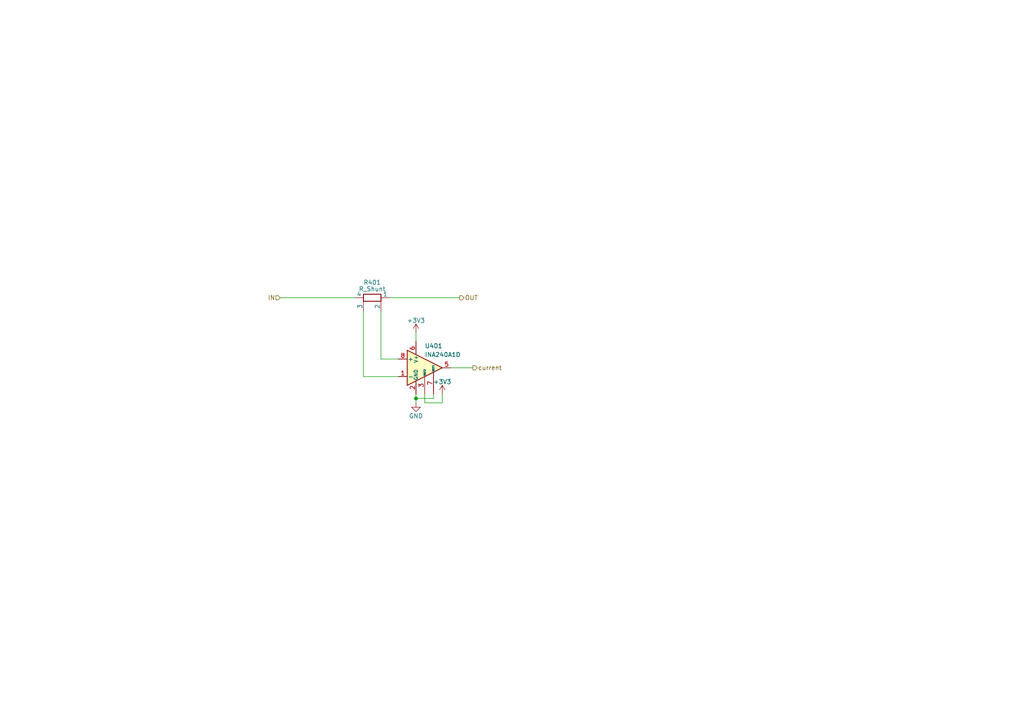
<source format=kicad_sch>
(kicad_sch (version 20211123) (generator eeschema)
  (paper "A4")
  (lib_symbols
    (symbol "Amplifier_Current:INA240A1D" (pin_names (offset 0.127))
      (property "Reference" "U" (at 3.81 3.81 0))
      (property "Value" "INA240A1D" (at 3.81 -2.54 0))
      (symbol "INA240A1D_0_1"
        (polyline (pts (xy 5.08 0) (xy -5.08 5.08) (xy -5.08 -5.08) (xy 5.08 0)) (stroke (width 0.254)) (fill (type background)))
      )
      (symbol "INA240A1D_1_1"
        (pin input line (at -7.62 -2.54 0) (length 2.54) (name "-") (number "1"))
        (pin power_in line (at -2.54 -7.62 90) (length 3.81) (name "GND") (number "2"))
        (pin passive line (at 0 -7.62 90) (length 5.08) (name "REF2") (number "3"))
        (pin passive line (at -2.54 -7.62 90) (length 3.81) hide (name "GND") (number "4"))
        (pin output line (at 7.62 0 180) (length 2.54) (name "~") (number "5"))
        (pin power_in line (at -2.54 7.62 270) (length 3.81) (name "V+") (number "6"))
        (pin passive line (at 2.54 -7.62 90) (length 6.35) (name "REF1") (number "7"))
        (pin input line (at -7.62 2.54 0) (length 2.54) (name "+") (number "8"))
      )
    )
    (symbol "Device:R_Shunt" (pin_numbers hide) (pin_names (offset 0))
      (property "Reference" "R" (at -4.445 0 90))
      (property "Value" "R_Shunt" (at -2.54 0 90))
      (symbol "R_Shunt_0_1"
        (rectangle (start -1.016 -2.54) (end 1.016 2.54) (stroke (width 0.254)))
        (polyline (pts (xy 0 -2.54) (xy 1.27 -2.54)))
        (polyline (pts (xy 1.27 2.54) (xy 0 2.54)))
      )
      (symbol "R_Shunt_1_1"
        (pin passive line (at 0 5.08 270) (length 2.54) (name "1") (number "1"))
        (pin passive line (at 3.81 2.54 180) (length 2.54) (name "2") (number "2"))
        (pin passive line (at 3.81 -2.54 180) (length 2.54) (name "3") (number "3"))
        (pin passive line (at 0 -5.08 90) (length 2.54) (name "4") (number "4"))
      )
    )
    (symbol "power:+3V3" (power) (pin_names (offset 0))
      (property "Value" "+3V3" (at 0 3.556 0))
      (symbol "+3V3_0_1"
        (polyline (pts (xy -0.762 1.27) (xy 0 2.54)))
        (polyline (pts (xy 0 0) (xy 0 2.54)))
        (polyline (pts (xy 0 2.54) (xy 0.762 1.27)))
      )
      (symbol "+3V3_1_1"
        (pin power_in line (at 0 0 90) (length 0) hide (name "+3V3") (number "1"))
      )
    )
    (symbol "power:GND" (power) (pin_names (offset 0))
      (property "Value" "GND" (at 0 -3.81 0))
      (symbol "GND_0_1"
        (polyline (pts (xy 0 0) (xy 0 -1.27) (xy 1.27 -1.27) (xy 0 -2.54) (xy -1.27 -1.27) (xy 0 -1.27)))
      )
      (symbol "GND_1_1"
        (pin power_in line (at 0 0 270) (length 0) hide (name "GND") (number "1"))
      )
    )
  )
  (junction (at 120.65 115.57))
  (wire (pts (xy 105.41 109.22) (xy 105.41 90.17)))
  (wire (pts (xy 125.73 115.57) (xy 125.73 114.3)))
  (wire (pts (xy 110.49 104.14) (xy 110.49 90.17)))
  (wire (pts (xy 113.03 86.36) (xy 133.35 86.36)))
  (wire (pts (xy 115.57 109.22) (xy 105.41 109.22)))
  (wire (pts (xy 123.19 116.84) (xy 128.27 116.84)))
  (wire (pts (xy 123.19 114.3) (xy 123.19 116.84)))
  (wire (pts (xy 128.27 114.3) (xy 128.27 116.84)))
  (wire (pts (xy 120.65 114.3) (xy 120.65 115.57)))
  (wire (pts (xy 115.57 104.14) (xy 110.49 104.14)))
  (wire (pts (xy 81.28 86.36) (xy 102.87 86.36)))
  (wire (pts (xy 120.65 115.57) (xy 120.65 116.84)))
  (wire (pts (xy 130.81 106.68) (xy 137.16 106.68)))
  (wire (pts (xy 120.65 96.52) (xy 120.65 99.06)))
  (wire (pts (xy 120.65 115.57) (xy 125.73 115.57)))
  (hierarchical_label "OUT" (shape output) (at 133.35 86.36 0))
  (hierarchical_label "current" (shape output) (at 137.16 106.68 0))
  (hierarchical_label "IN" (shape input) (at 81.28 86.36 180))
  (symbol (lib_id "power:GND") (at 120.65 116.84 0) (unit 1)
    (property "Reference" "#PWR0402" (effects hide))
    (property "Value" "GND" (at 120.65 120.65 0))
  )
  (symbol (lib_id "power:+3V3") (at 120.65 96.52 0) (unit 1)
    (property "Reference" "#PWR0401" (effects hide))
    (property "Value" "+3V3" (at 120.65 92.964 0))
  )
  (symbol (lib_id "power:+3V3") (at 128.27 114.3 0) (unit 1)
    (property "Reference" "#PWR0403" (effects hide))
    (property "Value" "+3V3" (at 128.27 110.744 0))
  )
  (symbol (lib_id "Device:R_Shunt") (at 107.95 86.36 270) (unit 1)
    (property "Reference" "R401" (at 107.95 81.915 90))
    (property "Value" "R_Shunt" (at 107.95 83.82 90))
    (property "Footprint" "Passives:RM" (effects hide))
  )
  (symbol (lib_id "Amplifier_Current:INA240A1D") (at 123.19 106.68 0) (unit 1)
    (property "Reference" "U401" (at 123.19 100.33 0) (effects (justify left)))
    (property "Value" "INA240A1D" (at 123.19 102.87 0) (effects (justify left)))
    (property "Footprint" "Package_SO:SOIC-8_3.9x4.9mm_P1.27mm" (effects hide))
    (property "Datasheet" "http://www.ti.com/lit/ds/symlink/ina240.pdf" (effects hide))
  )
)
</source>
